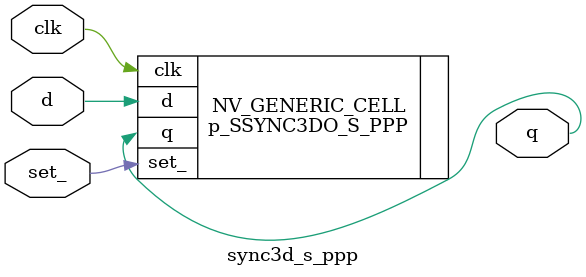
<source format=v>


module sync3d_s_ppp ( d, clk, set_, q);
input d, clk, set_;
output q;
    p_SSYNC3DO_S_PPP NV_GENERIC_CELL( .d(d), .clk(clk), .set_(set_), .q(q) );
    // synopsys dc_script_begin
    // synopsys dc_script_end
    //g2c if {[find / -null_ok -subdesign sync3d_s_ppp] != {} } { set_attr preserve 1 [find / -subdesign sync3d_s_ppp] }
endmodule

</source>
